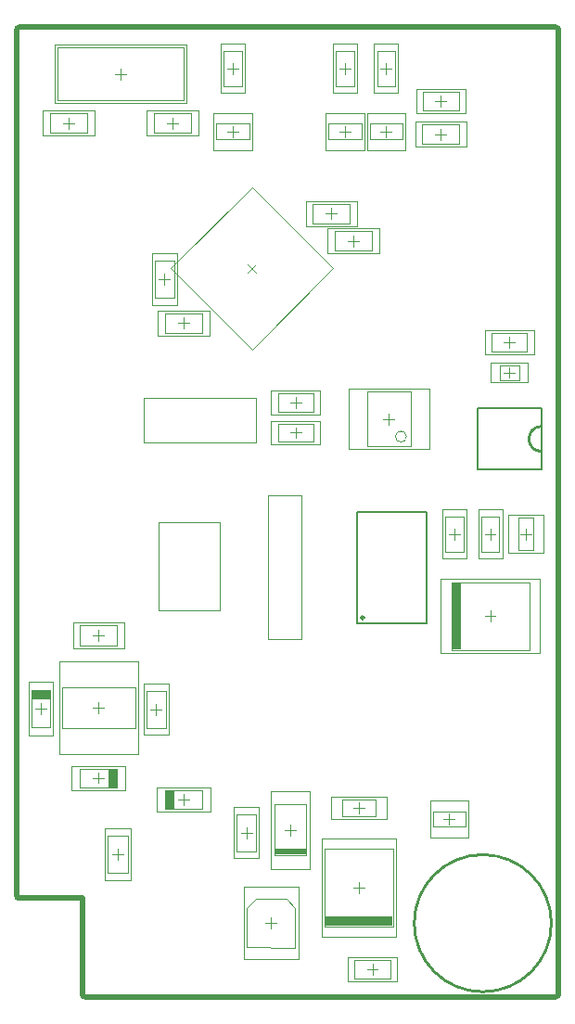
<source format=gko>
G04*
G04 #@! TF.GenerationSoftware,Altium Limited,Altium Designer,21.3.2 (30)*
G04*
G04 Layer_Color=16711935*
%FSLAX25Y25*%
%MOIN*%
G70*
G04*
G04 #@! TF.SameCoordinates,3F51CCC3-8A4B-4D73-A1D2-239D5F55BC23*
G04*
G04*
G04 #@! TF.FilePolarity,Positive*
G04*
G01*
G75*
%ADD10C,0.01000*%
%ADD12C,0.00787*%
%ADD15C,0.00394*%
%ADD18R,0.03307X0.06692*%
%ADD19R,0.06692X0.03307*%
%ADD20R,0.03765X0.24488*%
%ADD21R,0.24488X0.03765*%
%ADD22R,0.11496X0.02436*%
%ADD23C,0.00197*%
%ADD98C,0.01968*%
D10*
X191282Y25589D02*
G03*
X191282Y25492I-24648J-97D01*
G01*
X123937Y135307D02*
G03*
X123937Y135307I-500J0D01*
G01*
X187593Y204036D02*
G03*
X187458Y195049I166J-4497D01*
G01*
D12*
X121437Y173307D02*
X146437D01*
Y133307D02*
Y173307D01*
X121437Y133307D02*
X146437D01*
X121437D02*
Y173307D01*
Y133307D02*
Y173307D01*
X164760Y188567D02*
Y210567D01*
Y188567D02*
X187760D01*
X164760Y210567D02*
X187760D01*
Y188567D02*
Y210567D01*
D15*
X44713Y198209D02*
X85213D01*
Y214209D01*
X44713D02*
X85213D01*
X44713Y198209D02*
Y214209D01*
X72008Y145630D02*
Y161484D01*
X50197Y169543D02*
X62008D01*
X50197Y137953D02*
Y169543D01*
X72008Y161484D02*
Y169543D01*
X58697D02*
X72102D01*
X58858Y137953D02*
Y138043D01*
X50197Y137953D02*
X72102D01*
X72008D02*
Y145630D01*
X89567Y127638D02*
Y179213D01*
X101378D01*
Y127638D02*
Y179213D01*
X89567Y127638D02*
X101378D01*
X82270Y262219D02*
X85053Y259435D01*
X82270Y259435D02*
X85053Y262219D01*
X54570Y260827D02*
X83661Y289918D01*
Y231735D02*
X112753Y260827D01*
X54570D02*
X83661Y231735D01*
Y289918D02*
X112753Y260827D01*
X139173Y200394D02*
G03*
X139173Y200394I-1969J0D01*
G01*
X105512Y284055D02*
X118898D01*
X105512Y276969D02*
X118898D01*
X105512D02*
Y284055D01*
X118898Y276969D02*
Y284055D01*
X59153Y321161D02*
Y340256D01*
X13681Y321161D02*
Y340256D01*
Y321161D02*
X59153D01*
X13681Y340256D02*
X59153D01*
X55709Y250197D02*
Y263583D01*
X48622Y250197D02*
Y263583D01*
X55709D01*
X48622Y250197D02*
X55709D01*
X96063Y34252D02*
X99213Y31102D01*
X81890Y16929D02*
X99213Y16732D01*
X81890Y31102D02*
X85039Y34252D01*
X96063D01*
X99213Y16732D02*
Y31102D01*
X81890Y16929D02*
Y31102D01*
X78150Y64764D02*
X85236D01*
X78150Y51378D02*
X85236D01*
Y64764D01*
X78150Y51378D02*
Y64764D01*
X52362Y66536D02*
X65807D01*
X52362Y73228D02*
X65807D01*
Y66536D02*
Y73228D01*
X52362Y66536D02*
Y73228D01*
X31890Y43504D02*
X38976D01*
X31890Y56890D02*
X38976D01*
X31890Y43504D02*
Y56890D01*
X38976Y43504D02*
Y56890D01*
X21791Y81102D02*
X35236D01*
X21791Y74410D02*
X35236D01*
X21791D02*
Y81102D01*
X35236Y74410D02*
Y81102D01*
X45669Y109055D02*
X52756D01*
X45669Y95669D02*
X52756D01*
Y109055D01*
X45669Y95669D02*
Y109055D01*
X4528Y95847D02*
Y109291D01*
X11220Y95847D02*
Y109291D01*
X4528Y95847D02*
X11220D01*
X4528Y109291D02*
X11220D01*
X35236Y125394D02*
Y132480D01*
X21850Y125394D02*
Y132480D01*
Y125394D02*
X35236D01*
X21850Y132480D02*
X35236D01*
X52362Y237598D02*
Y244685D01*
X65748Y237598D02*
Y244685D01*
X52362D02*
X65748D01*
X52362Y237598D02*
X65748D01*
X113386Y274213D02*
X126772D01*
X113386Y267126D02*
X126772D01*
X113386D02*
Y274213D01*
X126772Y267126D02*
Y274213D01*
X158268Y305512D02*
Y312598D01*
X144882Y305512D02*
Y312598D01*
Y305512D02*
X158268D01*
X144882Y312598D02*
X158268D01*
X48425Y316535D02*
X61811D01*
X48425Y309449D02*
X61811D01*
X48425D02*
Y316535D01*
X61811Y309449D02*
Y316535D01*
X11024Y309449D02*
Y316535D01*
X24409Y309449D02*
Y316535D01*
X11024D02*
X24409D01*
X11024Y309449D02*
X24409D01*
X183287Y123583D02*
Y148071D01*
X155295Y123583D02*
Y148071D01*
Y123583D02*
X183287D01*
X155295Y148071D02*
X183287D01*
X109803Y24390D02*
Y52382D01*
X134291Y24390D02*
Y52382D01*
X109803Y24390D02*
X134291D01*
X109803Y52382D02*
X134291D01*
X91693Y68110D02*
X103189D01*
X91693Y50000D02*
X103189D01*
Y68110D01*
X91693Y50000D02*
Y68110D01*
X172638Y220768D02*
Y226083D01*
X179724Y220768D02*
Y226083D01*
X172638D02*
X179724D01*
X172638Y220768D02*
X179724D01*
X115945Y63878D02*
Y69980D01*
X128150Y63878D02*
Y69980D01*
X115945D02*
X128150D01*
X115945Y63878D02*
X128150D01*
X125000Y216535D02*
X140748D01*
X125000Y196850D02*
X140748D01*
X125000D02*
Y216535D01*
X140748Y196850D02*
Y216535D01*
X179331Y159449D02*
X184843D01*
X179331Y171260D02*
X184843D01*
Y159449D02*
Y171260D01*
X179331Y159449D02*
Y171260D01*
X15354Y95669D02*
X41732D01*
X15354Y110236D02*
X41732D01*
X15354Y95669D02*
Y110236D01*
X41732Y95669D02*
Y110236D01*
X148622Y60236D02*
Y65748D01*
Y60236D02*
X160433D01*
X148622Y65748D02*
X160433D01*
Y60236D02*
Y65748D01*
X82677Y307283D02*
Y312795D01*
X70866D02*
X82677D01*
X70866Y307283D02*
X82677D01*
X70866D02*
Y312795D01*
X123031Y307283D02*
Y312795D01*
X111221D02*
X123031D01*
X111221Y307283D02*
X123031D01*
X111221D02*
Y312795D01*
X137795Y307283D02*
Y312795D01*
X125984D02*
X137795D01*
X125984Y307283D02*
X137795D01*
X125984D02*
Y312795D01*
X153248Y158957D02*
Y171752D01*
X159744Y158957D02*
Y171752D01*
X153248Y158957D02*
X159744D01*
X153248Y171752D02*
X159744D01*
X169783Y237500D02*
X182579D01*
X169783Y231004D02*
X182579D01*
X169783D02*
Y237500D01*
X182579Y231004D02*
Y237500D01*
X172539Y158957D02*
Y171752D01*
X166043Y158957D02*
Y171752D01*
X172539D01*
X166043Y158957D02*
X172539D01*
X120571Y12106D02*
X133366D01*
X120571Y5610D02*
X133366D01*
X120571D02*
Y12106D01*
X133366Y5610D02*
Y12106D01*
X145177Y324114D02*
X157972D01*
X145177Y317618D02*
X157972D01*
X145177D02*
Y324114D01*
X157972Y317618D02*
Y324114D01*
X80020Y326279D02*
Y339075D01*
X73524Y326279D02*
Y339075D01*
X80020D01*
X73524Y326279D02*
X80020D01*
X120374D02*
Y339075D01*
X113878Y326279D02*
Y339075D01*
X120374D01*
X113878Y326279D02*
X120374D01*
X135138D02*
Y339075D01*
X128642Y326279D02*
Y339075D01*
X135138D01*
X128642Y326279D02*
X135138D01*
X93012Y209350D02*
X105807D01*
X93012Y215846D02*
X105807D01*
Y209350D02*
Y215846D01*
X93012Y209350D02*
Y215846D01*
Y198524D02*
X105807D01*
X93012Y205020D02*
X105807D01*
Y198524D02*
Y205020D01*
X93012Y198524D02*
Y205020D01*
X112205Y278543D02*
Y282480D01*
X110236Y280512D02*
X114173D01*
X34449Y330709D02*
X38386D01*
X36417Y328740D02*
Y332677D01*
X50197Y256890D02*
X54134D01*
X52165Y254921D02*
Y258858D01*
X90551Y23622D02*
Y27559D01*
X88583Y25591D02*
X92520D01*
X81693Y56102D02*
Y60039D01*
X79724Y58071D02*
X83661D01*
X59055Y67913D02*
Y71850D01*
X57087Y69882D02*
X61024D01*
X35433Y48228D02*
Y52165D01*
X33465Y50197D02*
X37402D01*
X28543Y75787D02*
Y79724D01*
X26575Y77756D02*
X30512D01*
X49213Y100394D02*
Y104331D01*
X47244Y102362D02*
X51181D01*
X5906Y102598D02*
X9843D01*
X7874Y100630D02*
Y104567D01*
X26575Y128937D02*
X30512D01*
X28543Y126969D02*
Y130905D01*
X57087Y241142D02*
X61024D01*
X59055Y239173D02*
Y243110D01*
X120079Y268701D02*
Y272638D01*
X118110Y270669D02*
X122047D01*
X149606Y309055D02*
X153543D01*
X151575Y307087D02*
Y311024D01*
X55118D02*
Y314961D01*
X53150Y312992D02*
X57087D01*
X15748D02*
X19685D01*
X17717Y311024D02*
Y314961D01*
X167323Y135827D02*
X171260D01*
X169291Y133858D02*
Y137795D01*
X120079Y38386D02*
X124016D01*
X122047Y36417D02*
Y40354D01*
X97441Y57087D02*
Y61024D01*
X95472Y59055D02*
X99409D01*
X174213Y223425D02*
X178150D01*
X176181Y221457D02*
Y225394D01*
X120079Y66929D02*
X124016D01*
X122047Y64961D02*
Y68898D01*
X132874Y204724D02*
Y208661D01*
X130905Y206693D02*
X134843D01*
X182087Y163386D02*
Y167323D01*
X180118Y165354D02*
X184055D01*
X28543Y100984D02*
Y104921D01*
X26575Y102953D02*
X30512D01*
X154528Y61024D02*
Y64961D01*
X152559Y62992D02*
X156496D01*
X76772Y308071D02*
Y312008D01*
X74803Y310039D02*
X78740D01*
X117126Y308071D02*
Y312008D01*
X115157Y310039D02*
X119095D01*
X131890Y308071D02*
Y312008D01*
X129921Y310039D02*
X133858D01*
X154528Y165354D02*
X158465D01*
X156496Y163386D02*
Y167323D01*
X176181Y232283D02*
Y236221D01*
X174213Y234252D02*
X178150D01*
X167323Y165354D02*
X171260D01*
X169291Y163386D02*
Y167323D01*
X126969Y6890D02*
Y10827D01*
X125000Y8858D02*
X128937D01*
X151575Y318898D02*
Y322835D01*
X149606Y320866D02*
X153543D01*
X74803Y332677D02*
X78740D01*
X76772Y330709D02*
Y334646D01*
X115157Y332677D02*
X119095D01*
X117126Y330709D02*
Y334646D01*
X129921Y332677D02*
X133858D01*
X131890Y330709D02*
Y334646D01*
X99410Y210630D02*
Y214567D01*
X97441Y212598D02*
X101378D01*
X99410Y199803D02*
Y203740D01*
X97441Y201772D02*
X101378D01*
D18*
X53959Y69881D02*
D03*
X33640Y77755D02*
D03*
D19*
X7873Y107696D02*
D03*
D20*
X157178Y135827D02*
D03*
D21*
X122047Y26272D02*
D03*
D22*
X97443Y51219D02*
D03*
D23*
X102953Y285039D02*
X121457D01*
X102953Y275984D02*
X121457D01*
X102953D02*
Y285039D01*
X121457Y275984D02*
Y285039D01*
X60138Y320177D02*
Y341240D01*
X12697Y320177D02*
Y341240D01*
Y320177D02*
X60138D01*
X12697Y341240D02*
X60138D01*
X56693Y247638D02*
Y266142D01*
X47638Y247638D02*
Y266142D01*
X56693D01*
X47638Y247638D02*
X56693D01*
X80709Y38583D02*
X100394D01*
X80709Y12598D02*
X100394D01*
Y38583D01*
X80709Y12598D02*
Y38583D01*
X77165Y67323D02*
X86221D01*
X77165Y48819D02*
X86221D01*
Y67323D01*
X77165Y48819D02*
Y67323D01*
X49370Y65551D02*
Y74213D01*
Y65551D02*
X68740D01*
X49370Y74213D02*
X68740D01*
Y65551D02*
Y74213D01*
X30906Y40945D02*
X39961D01*
X30906Y59449D02*
X39961D01*
X30906Y40945D02*
Y59449D01*
X39961Y40945D02*
Y59449D01*
X38228Y73425D02*
Y82087D01*
X18858D02*
X38228D01*
X18858Y73425D02*
X38228D01*
X18858D02*
Y82087D01*
X44685Y111614D02*
X53740D01*
X44685Y93110D02*
X53740D01*
Y111614D01*
X44685Y93110D02*
Y111614D01*
X3543Y112284D02*
X12205D01*
X3543Y92913D02*
Y112284D01*
X12205Y92913D02*
Y112284D01*
X3543Y92913D02*
X12205D01*
X37795Y124409D02*
Y133465D01*
X19291Y124409D02*
Y133465D01*
Y124409D02*
X37795D01*
X19291Y133465D02*
X37795D01*
X49803Y236614D02*
Y245669D01*
X68307Y236614D02*
Y245669D01*
X49803D02*
X68307D01*
X49803Y236614D02*
X68307D01*
X110827Y275197D02*
X129331D01*
X110827Y266142D02*
X129331D01*
X110827D02*
Y275197D01*
X129331Y266142D02*
Y275197D01*
X160827Y304528D02*
Y313583D01*
X142323Y304528D02*
Y313583D01*
Y304528D02*
X160827D01*
X142323Y313583D02*
X160827D01*
X45866Y317520D02*
X64370D01*
X45866Y308465D02*
X64370D01*
X45866D02*
Y317520D01*
X64370Y308465D02*
Y317520D01*
X8465Y308465D02*
Y317520D01*
X26969Y308465D02*
Y317520D01*
X8465D02*
X26969D01*
X8465Y308465D02*
X26969D01*
X187008Y122441D02*
Y149213D01*
X151575Y122441D02*
Y149213D01*
Y122441D02*
X187008D01*
X151575Y149213D02*
X187008D01*
X108661Y20669D02*
Y56102D01*
X135433Y20669D02*
Y56102D01*
X108661Y20669D02*
X135433D01*
X108661Y56102D02*
X135433D01*
X90551Y73055D02*
X104331D01*
X90551Y45055D02*
X104331D01*
Y73055D01*
X90551Y45055D02*
Y73055D01*
X169488Y220079D02*
Y226772D01*
X182874Y220079D02*
Y226772D01*
X169488D02*
X182874D01*
X169488Y220079D02*
X182874D01*
X112008Y62894D02*
Y70965D01*
X132087Y62894D02*
Y70965D01*
X112008D02*
X132087D01*
X112008Y62894D02*
X132087D01*
X118307Y217520D02*
X147441D01*
X118307Y195866D02*
X147441D01*
X118307D02*
Y217520D01*
X147441Y195866D02*
Y217520D01*
X175787Y158465D02*
X188386D01*
X175787Y172244D02*
X188386D01*
Y158465D02*
Y172244D01*
X175787Y158465D02*
Y172244D01*
X14370Y86221D02*
X42717D01*
X14370Y119685D02*
X42717D01*
X14370Y86221D02*
Y119685D01*
X42717Y86221D02*
Y119685D01*
X147638Y69685D02*
X161417D01*
X147638Y56299D02*
X161417D01*
Y69685D01*
X147638Y56299D02*
Y69685D01*
X69882Y303346D02*
X83661D01*
X69882Y316732D02*
X83661D01*
X69882Y303346D02*
Y316732D01*
X83661Y303346D02*
Y316732D01*
X110236Y303346D02*
X124016D01*
X110236Y316732D02*
X124016D01*
X110236Y303346D02*
Y316732D01*
X124016Y303346D02*
Y316732D01*
X125000Y303346D02*
X138779D01*
X125000Y316732D02*
X138779D01*
X125000Y303346D02*
Y316732D01*
X138779Y303346D02*
Y316732D01*
X152165Y156496D02*
Y174213D01*
X160827Y156496D02*
Y174213D01*
X152165Y156496D02*
X160827D01*
X152165Y174213D02*
X160827D01*
X167323Y238583D02*
X185039D01*
X167323Y229921D02*
X185039D01*
X167323D02*
Y238583D01*
X185039Y229921D02*
Y238583D01*
X173622Y156496D02*
Y174213D01*
X164961Y156496D02*
Y174213D01*
X173622D01*
X164961Y156496D02*
X173622D01*
X118110Y13189D02*
X135827D01*
X118110Y4528D02*
X135827D01*
X118110D02*
Y13189D01*
X135827Y4528D02*
Y13189D01*
X142717Y325197D02*
X160433D01*
X142717Y316535D02*
X160433D01*
X142717D02*
Y325197D01*
X160433Y316535D02*
Y325197D01*
X81102Y323819D02*
Y341535D01*
X72441Y323819D02*
Y341535D01*
X81102D01*
X72441Y323819D02*
X81102D01*
X121457D02*
Y341535D01*
X112795Y323819D02*
Y341535D01*
X121457D01*
X112795Y323819D02*
X121457D01*
X136221D02*
Y341535D01*
X127559Y323819D02*
Y341535D01*
X136221D01*
X127559Y323819D02*
X136221D01*
X90551Y208268D02*
X108268D01*
X90551Y216929D02*
X108268D01*
Y208268D02*
Y216929D01*
X90551Y208268D02*
Y216929D01*
Y197441D02*
X108268D01*
X90551Y206102D02*
X108268D01*
Y197441D02*
Y206102D01*
X90551Y197441D02*
Y206102D01*
D98*
X193898Y346457D02*
G03*
X192913Y347441I-984J0D01*
G01*
X193898Y346457D02*
G03*
X192913Y347441I-984J0D01*
G01*
Y-984D02*
G03*
X193898Y0I0J984D01*
G01*
X192913Y-984D02*
G03*
X193898Y0I0J984D01*
G01*
X22638D02*
G03*
X23622Y-984I984J0D01*
G01*
X0Y347441D02*
G03*
X-984Y346457I0J-984D01*
G01*
X0Y347441D02*
G03*
X-984Y346457I0J-984D01*
G01*
X22638Y0D02*
G03*
X23622Y-984I984J0D01*
G01*
X-984Y35433D02*
G03*
X0Y34449I984J0D01*
G01*
X-984Y35433D02*
G03*
X0Y34449I984J0D01*
G01*
X193898Y0D02*
Y346457D01*
X23622Y-984D02*
X192913D01*
X0Y347441D02*
X192913D01*
X22638Y0D02*
Y34449D01*
X0D02*
X22638D01*
X-984Y35433D02*
Y346457D01*
M02*

</source>
